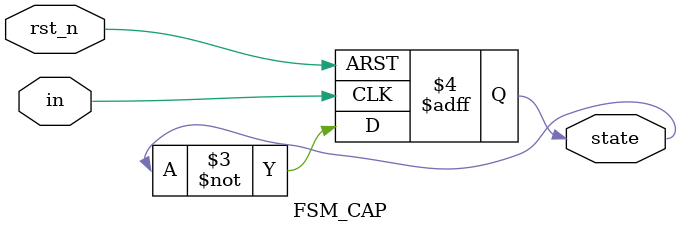
<source format=v>
module FSM_CAP(in, rst_n, state);
    input in;
    input rst_n;
    output reg state;
    
    always@(posedge in or negedge rst_n)
        if (~rst_n) state <= 0;
        else state <= ~state;

endmodule
</source>
